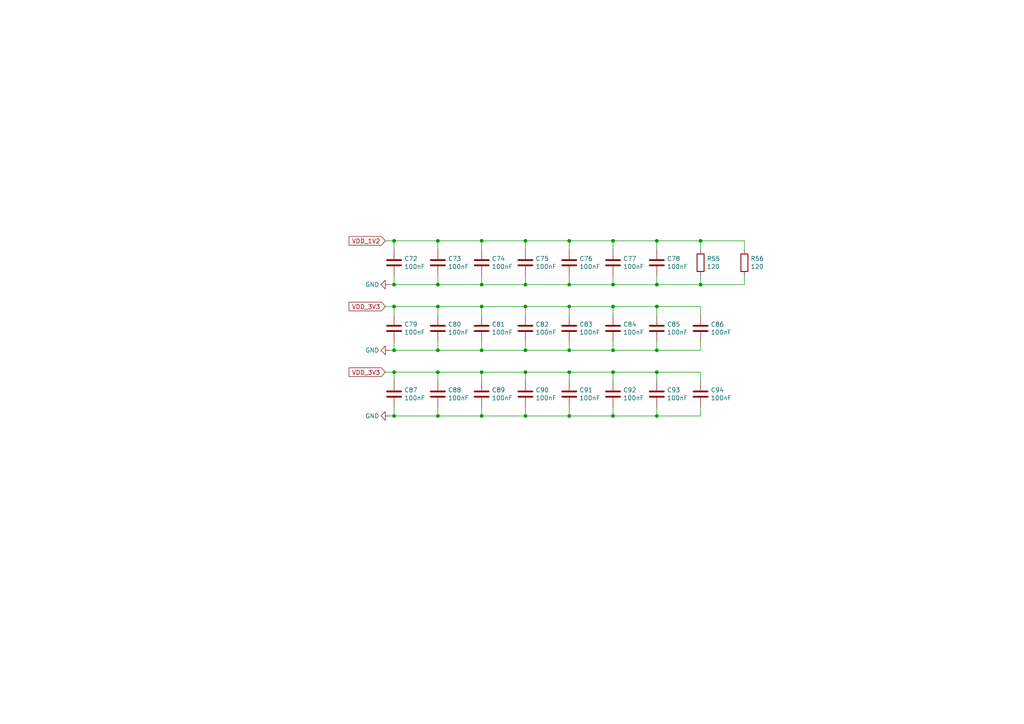
<source format=kicad_sch>
(kicad_sch (version 20231120) (generator "eeschema") (generator_version "8.0")
  (paper "A4")
  (title_block (title "Open MOtor DRiver Initiative (OMODRI)") (date "2024-05-03") (rev "3.1") (company "LAAS/CNRS"))
  (lib_symbols
    (symbol "Device:C" (pin_numbers hide) (pin_names (offset 0.254))
      (property "Reference" "C" (at 0.635 2.54 0))
      (property "Value" "C" (at 0.635 -2.54 0))
      (symbol "C_0_1"
        (polyline (pts (xy -2.032 -0.762) (xy 2.032 -0.762)) (stroke (width 0.508)))
        (polyline (pts (xy -2.032 0.762) (xy 2.032 0.762)) (stroke (width 0.508)))
      )
      (symbol "C_1_1"
        (pin passive line (at 0 3.81 270) (length 2.794) (name "~") (number "1"))
        (pin passive line (at 0 -3.81 90) (length 2.794) (name "~") (number "2"))
      )
    )
    (symbol "Device:R" (pin_numbers hide) (pin_names (offset 0))
      (property "Reference" "R" (at 2.032 0 90))
      (property "Value" "R" (at 0 0 90))
      (symbol "R_0_1"
        (rectangle (start -1.016 -2.54) (end 1.016 2.54) (stroke (width 0.254)))
      )
      (symbol "R_1_1"
        (pin passive line (at 0 3.81 270) (length 1.27) (name "~") (number "1"))
        (pin passive line (at 0 -3.81 90) (length 1.27) (name "~") (number "2"))
      )
    )
    (symbol "power:GND" (power) (pin_numbers hide) (pin_names (offset 0) hide)
      (property "Value" "GND" (at 0 -3.81 0))
      (symbol "GND_0_1"
        (polyline (pts (xy 0 0) (xy 0 -1.27) (xy 1.27 -1.27) (xy 0 -2.54) (xy -1.27 -1.27) (xy 0 -1.27)))
      )
      (symbol "GND_1_1"
        (pin power_in line (at 0 0 270) (length 0) (name "~") (number "1"))
      )
    )
  )
  (junction (at 165.1 69.85))
  (junction (at 114.3 101.6))
  (junction (at 165.1 120.65))
  (junction (at 127 107.95))
  (junction (at 203.2 82.55))
  (junction (at 203.2 69.85))
  (junction (at 139.7 101.6))
  (junction (at 139.7 88.9))
  (junction (at 190.5 69.85))
  (junction (at 165.1 88.9))
  (junction (at 190.5 82.55))
  (junction (at 177.8 101.6))
  (junction (at 139.7 120.65))
  (junction (at 190.5 101.6))
  (junction (at 127 82.55))
  (junction (at 165.1 82.55))
  (junction (at 152.4 120.65))
  (junction (at 190.5 120.65))
  (junction (at 114.3 120.65))
  (junction (at 127 120.65))
  (junction (at 177.8 82.55))
  (junction (at 152.4 82.55))
  (junction (at 190.5 107.95))
  (junction (at 114.3 88.9))
  (junction (at 114.3 69.85))
  (junction (at 152.4 69.85))
  (junction (at 152.4 88.9))
  (junction (at 114.3 82.55))
  (junction (at 177.8 88.9))
  (junction (at 139.7 82.55))
  (junction (at 152.4 107.95))
  (junction (at 139.7 107.95))
  (junction (at 152.4 101.6))
  (junction (at 177.8 69.85))
  (junction (at 127 88.9))
  (junction (at 190.5 88.9))
  (junction (at 177.8 107.95))
  (junction (at 127 69.85))
  (junction (at 177.8 120.65))
  (junction (at 114.3 107.95))
  (junction (at 139.7 69.85))
  (junction (at 165.1 107.95))
  (junction (at 127 101.6))
  (junction (at 165.1 101.6))
  (wire (pts (xy 165.1 69.85) (xy 177.8 69.85)))
  (wire (pts (xy 190.5 101.6) (xy 203.2 101.6)))
  (wire (pts (xy 177.8 101.6) (xy 177.8 99.06)))
  (wire (pts (xy 127 120.65) (xy 139.7 120.65)))
  (wire (pts (xy 203.2 82.55) (xy 215.9 82.55)))
  (wire (pts (xy 139.7 107.95) (xy 139.7 110.49)))
  (wire (pts (xy 127 101.6) (xy 127 99.06)))
  (wire (pts (xy 203.2 72.39) (xy 203.2 69.85)))
  (wire (pts (xy 127 82.55) (xy 127 80.01)))
  (wire (pts (xy 165.1 107.95) (xy 165.1 110.49)))
  (wire (pts (xy 190.5 69.85) (xy 190.5 72.39)))
  (wire (pts (xy 165.1 69.85) (xy 165.1 72.39)))
  (wire (pts (xy 203.2 101.6) (xy 203.2 99.06)))
  (wire (pts (xy 177.8 72.39) (xy 177.8 69.85)))
  (wire (pts (xy 139.7 120.65) (xy 152.4 120.65)))
  (wire (pts (xy 152.4 101.6) (xy 152.4 99.06)))
  (wire (pts (xy 190.5 82.55) (xy 190.5 80.01)))
  (wire (pts (xy 203.2 120.65) (xy 203.2 118.11)))
  (wire (pts (xy 139.7 82.55) (xy 139.7 80.01)))
  (wire (pts (xy 165.1 88.9) (xy 177.8 88.9)))
  (wire (pts (xy 152.4 82.55) (xy 152.4 80.01)))
  (wire (pts (xy 127 101.6) (xy 139.7 101.6)))
  (wire (pts (xy 190.5 107.95) (xy 190.5 110.49)))
  (wire (pts (xy 114.3 69.85) (xy 111.76 69.85)))
  (wire (pts (xy 152.4 107.95) (xy 165.1 107.95)))
  (wire (pts (xy 139.7 88.9) (xy 152.4 88.9)))
  (wire (pts (xy 177.8 82.55) (xy 177.8 80.01)))
  (wire (pts (xy 127 107.95) (xy 139.7 107.95)))
  (wire (pts (xy 152.4 82.55) (xy 165.1 82.55)))
  (wire (pts (xy 114.3 101.6) (xy 127 101.6)))
  (wire (pts (xy 203.2 107.95) (xy 203.2 110.49)))
  (wire (pts (xy 139.7 101.6) (xy 139.7 99.06)))
  (wire (pts (xy 113.03 101.6) (xy 114.3 101.6)))
  (wire (pts (xy 177.8 82.55) (xy 190.5 82.55)))
  (wire (pts (xy 215.9 82.55) (xy 215.9 80.01)))
  (wire (pts (xy 114.3 72.39) (xy 114.3 69.85)))
  (wire (pts (xy 152.4 120.65) (xy 152.4 118.11)))
  (wire (pts (xy 177.8 107.95) (xy 177.8 110.49)))
  (wire (pts (xy 190.5 82.55) (xy 203.2 82.55)))
  (wire (pts (xy 203.2 82.55) (xy 203.2 80.01)))
  (wire (pts (xy 165.1 101.6) (xy 165.1 99.06)))
  (wire (pts (xy 139.7 120.65) (xy 139.7 118.11)))
  (wire (pts (xy 127 107.95) (xy 127 110.49)))
  (wire (pts (xy 190.5 88.9) (xy 190.5 91.44)))
  (wire (pts (xy 139.7 69.85) (xy 139.7 72.39)))
  (wire (pts (xy 127 88.9) (xy 127 91.44)))
  (wire (pts (xy 165.1 107.95) (xy 177.8 107.95)))
  (wire (pts (xy 113.03 82.55) (xy 114.3 82.55)))
  (wire (pts (xy 114.3 120.65) (xy 127 120.65)))
  (wire (pts (xy 127 82.55) (xy 139.7 82.55)))
  (wire (pts (xy 139.7 107.95) (xy 152.4 107.95)))
  (wire (pts (xy 114.3 91.44) (xy 114.3 88.9)))
  (wire (pts (xy 203.2 91.44) (xy 203.2 88.9)))
  (wire (pts (xy 114.3 101.6) (xy 114.3 99.06)))
  (wire (pts (xy 127 88.9) (xy 139.7 88.9)))
  (wire (pts (xy 152.4 101.6) (xy 165.1 101.6)))
  (wire (pts (xy 114.3 107.95) (xy 127 107.95)))
  (wire (pts (xy 215.9 69.85) (xy 203.2 69.85)))
  (wire (pts (xy 190.5 120.65) (xy 203.2 120.65)))
  (wire (pts (xy 152.4 69.85) (xy 165.1 69.85)))
  (wire (pts (xy 152.4 120.65) (xy 165.1 120.65)))
  (wire (pts (xy 177.8 101.6) (xy 190.5 101.6)))
  (wire (pts (xy 139.7 69.85) (xy 152.4 69.85)))
  (wire (pts (xy 190.5 69.85) (xy 203.2 69.85)))
  (wire (pts (xy 127 69.85) (xy 127 72.39)))
  (wire (pts (xy 139.7 82.55) (xy 152.4 82.55)))
  (wire (pts (xy 190.5 107.95) (xy 203.2 107.95)))
  (wire (pts (xy 165.1 120.65) (xy 177.8 120.65)))
  (wire (pts (xy 215.9 72.39) (xy 215.9 69.85)))
  (wire (pts (xy 190.5 101.6) (xy 190.5 99.06)))
  (wire (pts (xy 114.3 88.9) (xy 111.76 88.9)))
  (wire (pts (xy 190.5 88.9) (xy 203.2 88.9)))
  (wire (pts (xy 114.3 82.55) (xy 127 82.55)))
  (wire (pts (xy 114.3 88.9) (xy 127 88.9)))
  (wire (pts (xy 127 120.65) (xy 127 118.11)))
  (wire (pts (xy 165.1 120.65) (xy 165.1 118.11)))
  (wire (pts (xy 152.4 88.9) (xy 152.4 91.44)))
  (wire (pts (xy 127 69.85) (xy 139.7 69.85)))
  (wire (pts (xy 165.1 82.55) (xy 165.1 80.01)))
  (wire (pts (xy 114.3 107.95) (xy 114.3 110.49)))
  (wire (pts (xy 152.4 69.85) (xy 152.4 72.39)))
  (wire (pts (xy 152.4 107.95) (xy 152.4 110.49)))
  (wire (pts (xy 114.3 120.65) (xy 114.3 118.11)))
  (wire (pts (xy 177.8 120.65) (xy 177.8 118.11)))
  (wire (pts (xy 152.4 88.9) (xy 165.1 88.9)))
  (wire (pts (xy 114.3 82.55) (xy 114.3 80.01)))
  (wire (pts (xy 177.8 120.65) (xy 190.5 120.65)))
  (wire (pts (xy 177.8 69.85) (xy 190.5 69.85)))
  (wire (pts (xy 111.76 107.95) (xy 114.3 107.95)))
  (wire (pts (xy 165.1 88.9) (xy 165.1 91.44)))
  (wire (pts (xy 165.1 101.6) (xy 177.8 101.6)))
  (wire (pts (xy 177.8 107.95) (xy 190.5 107.95)))
  (wire (pts (xy 177.8 88.9) (xy 177.8 91.44)))
  (wire (pts (xy 113.03 120.65) (xy 114.3 120.65)))
  (wire (pts (xy 190.5 120.65) (xy 190.5 118.11)))
  (wire (pts (xy 177.8 88.9) (xy 190.5 88.9)))
  (wire (pts (xy 139.7 101.6) (xy 152.4 101.6)))
  (wire (pts (xy 165.1 82.55) (xy 177.8 82.55)))
  (wire (pts (xy 139.7 88.9) (xy 139.7 91.44)))
  (wire (pts (xy 114.3 69.85) (xy 127 69.85)))
  (global_label "VDD_3V3" (shape input) (at 111.76 107.95 180) (property "Intersheetrefs" "${INTERSHEET_REFS}" (effects (hide yes))) (property "Références Inter-Feuilles" "${INTERSHEET_REFS}" (effects (hide yes))))
  (global_label "VDD_1V2" (shape input) (at 111.76 69.85 180) (property "Intersheetrefs" "${INTERSHEET_REFS}" (effects (hide yes))) (property "Références Inter-Feuilles" "${INTERSHEET_REFS}" (effects (hide yes))))
  (global_label "VDD_3V3" (shape input) (at 111.76 88.9 180) (property "Intersheetrefs" "${INTERSHEET_REFS}" (effects (hide yes))) (property "Références Inter-Feuilles" "${INTERSHEET_REFS}" (effects (hide yes))))
  (symbol (lib_id "power:GND") (at 113.03 101.6 270) (unit 1)
    (property "Reference" "#PWR0136" (effects (hide yes)))
    (property "Value" "GND" (at 107.95 101.6 90))
    (property "Description" "Power symbol creates a global label with name \"GND\" , ground" (effects (hide yes)))
  )
  (symbol (lib_id "power:GND") (at 113.03 120.65 270) (unit 1)
    (property "Reference" "#PWR0137" (effects (hide yes)))
    (property "Value" "GND" (at 107.95 120.65 90))
    (property "Description" "Power symbol creates a global label with name \"GND\" , ground" (effects (hide yes)))
  )
  (symbol (lib_id "Device:R") (at 203.2 76.2 0) (unit 1)
    (property "Reference" "R55" (at 204.978 75.0316 0) (effects (justify left)))
    (property "Value" "120" (at 204.978 77.343 0) (effects (justify left)))
    (property "Footprint" "Resistor_SMD:R_0201_0603Metric" (effects (hide yes)))
    (property "Description" "Resistor" (effects (hide yes)))
    (property "DigiKey" "P122692CT-ND" (effects (hide yes)))
    (property "Farnell" "2396857" (effects (hide yes)))
    (property "Mouser" "667-ERJ-1GNF1200C" (effects (hide yes)))
    (property "Part No" "ERJ-1GNF1200C" (effects (hide yes)))
  )
  (symbol (lib_id "Device:C") (at 177.8 76.2 0) (unit 1)
    (property "Reference" "C77" (at 180.721 75.0316 0) (effects (justify left)))
    (property "Value" "100nF" (at 180.721 77.343 0) (effects (justify left)))
    (property "Footprint" "Capacitor_SMD:C_0201_0603Metric" (effects (hide yes)))
    (property "Description" "Unpolarized capacitor" (effects (hide yes)))
    (property "Part No" "GRM033R61E104KE14D" (effects (hide yes)))
    (property "Rated Voltage" "25V" (effects (hide yes)))
    (property "Farnell" "2990693" (effects (hide yes)))
    (property "Mouser" "81-GRM033R61E104KE4D" (effects (hide yes)))
    (property "DigiKey" "490-12686-1-ND" (effects (hide yes)))
    (property "LCSC" "C76939" (effects (hide yes)))
  )
  (symbol (lib_id "Device:C") (at 190.5 76.2 0) (unit 1)
    (property "Reference" "C78" (at 193.421 75.0316 0) (effects (justify left)))
    (property "Value" "100nF" (at 193.421 77.343 0) (effects (justify left)))
    (property "Footprint" "Capacitor_SMD:C_0201_0603Metric" (effects (hide yes)))
    (property "Description" "Unpolarized capacitor" (effects (hide yes)))
    (property "Part No" "GRM033R61E104KE14D" (effects (hide yes)))
    (property "Rated Voltage" "25V" (effects (hide yes)))
    (property "Farnell" "2990693" (effects (hide yes)))
    (property "Mouser" "81-GRM033R61E104KE4D" (effects (hide yes)))
    (property "DigiKey" "490-12686-1-ND" (effects (hide yes)))
    (property "LCSC" "C76939" (effects (hide yes)))
  )
  (symbol (lib_id "Device:C") (at 114.3 95.25 0) (unit 1)
    (property "Reference" "C79" (at 117.221 94.0816 0) (effects (justify left)))
    (property "Value" "100nF" (at 117.221 96.393 0) (effects (justify left)))
    (property "Footprint" "Capacitor_SMD:C_0201_0603Metric" (effects (hide yes)))
    (property "Description" "Unpolarized capacitor" (effects (hide yes)))
    (property "Part No" "GRM033R61E104KE14D" (effects (hide yes)))
    (property "Rated Voltage" "25V" (effects (hide yes)))
    (property "Farnell" "2990693" (effects (hide yes)))
    (property "Mouser" "81-GRM033R61E104KE4D" (effects (hide yes)))
    (property "DigiKey" "490-12686-1-ND" (effects (hide yes)))
    (property "LCSC" "C76939" (effects (hide yes)))
  )
  (symbol (lib_id "Device:C") (at 127 95.25 0) (unit 1)
    (property "Reference" "C80" (at 129.921 94.0816 0) (effects (justify left)))
    (property "Value" "100nF" (at 129.921 96.393 0) (effects (justify left)))
    (property "Footprint" "Capacitor_SMD:C_0201_0603Metric" (effects (hide yes)))
    (property "Description" "Unpolarized capacitor" (effects (hide yes)))
    (property "Part No" "GRM033R61E104KE14D" (effects (hide yes)))
    (property "Rated Voltage" "25V" (effects (hide yes)))
    (property "Farnell" "2990693" (effects (hide yes)))
    (property "Mouser" "81-GRM033R61E104KE4D" (effects (hide yes)))
    (property "DigiKey" "490-12686-1-ND" (effects (hide yes)))
    (property "LCSC" "C76939" (effects (hide yes)))
  )
  (symbol (lib_id "Device:C") (at 139.7 95.25 0) (unit 1)
    (property "Reference" "C81" (at 142.621 94.0816 0) (effects (justify left)))
    (property "Value" "100nF" (at 142.621 96.393 0) (effects (justify left)))
    (property "Footprint" "Capacitor_SMD:C_0201_0603Metric" (effects (hide yes)))
    (property "Description" "Unpolarized capacitor" (effects (hide yes)))
    (property "Part No" "GRM033R61E104KE14D" (effects (hide yes)))
    (property "Rated Voltage" "25V" (effects (hide yes)))
    (property "Farnell" "2990693" (effects (hide yes)))
    (property "Mouser" "81-GRM033R61E104KE4D" (effects (hide yes)))
    (property "DigiKey" "490-12686-1-ND" (effects (hide yes)))
    (property "LCSC" "C76939" (effects (hide yes)))
  )
  (symbol (lib_id "Device:C") (at 152.4 95.25 0) (unit 1)
    (property "Reference" "C82" (at 155.321 94.0816 0) (effects (justify left)))
    (property "Value" "100nF" (at 155.321 96.393 0) (effects (justify left)))
    (property "Footprint" "Capacitor_SMD:C_0201_0603Metric" (effects (hide yes)))
    (property "Description" "Unpolarized capacitor" (effects (hide yes)))
    (property "Part No" "GRM033R61E104KE14D" (effects (hide yes)))
    (property "Rated Voltage" "25V" (effects (hide yes)))
    (property "Farnell" "2990693" (effects (hide yes)))
    (property "Mouser" "81-GRM033R61E104KE4D" (effects (hide yes)))
    (property "DigiKey" "490-12686-1-ND" (effects (hide yes)))
    (property "LCSC" "C76939" (effects (hide yes)))
  )
  (symbol (lib_id "Device:C") (at 165.1 95.25 0) (unit 1)
    (property "Reference" "C83" (at 168.021 94.0816 0) (effects (justify left)))
    (property "Value" "100nF" (at 168.021 96.393 0) (effects (justify left)))
    (property "Footprint" "Capacitor_SMD:C_0201_0603Metric" (effects (hide yes)))
    (property "Description" "Unpolarized capacitor" (effects (hide yes)))
    (property "Part No" "GRM033R61E104KE14D" (effects (hide yes)))
    (property "Rated Voltage" "25V" (effects (hide yes)))
    (property "Farnell" "2990693" (effects (hide yes)))
    (property "Mouser" "81-GRM033R61E104KE4D" (effects (hide yes)))
    (property "DigiKey" "490-12686-1-ND" (effects (hide yes)))
    (property "LCSC" "C76939" (effects (hide yes)))
  )
  (symbol (lib_id "Device:C") (at 177.8 95.25 0) (unit 1)
    (property "Reference" "C84" (at 180.721 94.0816 0) (effects (justify left)))
    (property "Value" "100nF" (at 180.721 96.393 0) (effects (justify left)))
    (property "Footprint" "Capacitor_SMD:C_0201_0603Metric" (effects (hide yes)))
    (property "Description" "Unpolarized capacitor" (effects (hide yes)))
    (property "Part No" "GRM033R61E104KE14D" (effects (hide yes)))
    (property "Rated Voltage" "25V" (effects (hide yes)))
    (property "Farnell" "2990693" (effects (hide yes)))
    (property "Mouser" "81-GRM033R61E104KE4D" (effects (hide yes)))
    (property "DigiKey" "490-12686-1-ND" (effects (hide yes)))
    (property "LCSC" "C76939" (effects (hide yes)))
  )
  (symbol (lib_id "Device:C") (at 190.5 95.25 0) (unit 1)
    (property "Reference" "C85" (at 193.421 94.0816 0) (effects (justify left)))
    (property "Value" "100nF" (at 193.421 96.393 0) (effects (justify left)))
    (property "Footprint" "Capacitor_SMD:C_0201_0603Metric" (effects (hide yes)))
    (property "Description" "Unpolarized capacitor" (effects (hide yes)))
    (property "Part No" "GRM033R61E104KE14D" (effects (hide yes)))
    (property "Rated Voltage" "25V" (effects (hide yes)))
    (property "Farnell" "2990693" (effects (hide yes)))
    (property "Mouser" "81-GRM033R61E104KE4D" (effects (hide yes)))
    (property "DigiKey" "490-12686-1-ND" (effects (hide yes)))
    (property "LCSC" "C76939" (effects (hide yes)))
  )
  (symbol (lib_id "Device:C") (at 203.2 95.25 0) (unit 1)
    (property "Reference" "C86" (at 206.121 94.0816 0) (effects (justify left)))
    (property "Value" "100nF" (at 206.121 96.393 0) (effects (justify left)))
    (property "Footprint" "Capacitor_SMD:C_0201_0603Metric" (effects (hide yes)))
    (property "Description" "Unpolarized capacitor" (effects (hide yes)))
    (property "Part No" "GRM033R61E104KE14D" (effects (hide yes)))
    (property "Rated Voltage" "25V" (effects (hide yes)))
    (property "Farnell" "2990693" (effects (hide yes)))
    (property "Mouser" "81-GRM033R61E104KE4D" (effects (hide yes)))
    (property "DigiKey" "490-12686-1-ND" (effects (hide yes)))
    (property "LCSC" "C76939" (effects (hide yes)))
  )
  (symbol (lib_id "Device:C") (at 165.1 114.3 0) (unit 1)
    (property "Reference" "C91" (at 168.021 113.1316 0) (effects (justify left)))
    (property "Value" "100nF" (at 168.021 115.443 0) (effects (justify left)))
    (property "Footprint" "Capacitor_SMD:C_0201_0603Metric" (effects (hide yes)))
    (property "Description" "Unpolarized capacitor" (effects (hide yes)))
    (property "Part No" "GRM033R61E104KE14D" (effects (hide yes)))
    (property "Rated Voltage" "25V" (effects (hide yes)))
    (property "Farnell" "2990693" (effects (hide yes)))
    (property "Mouser" "81-GRM033R61E104KE4D" (effects (hide yes)))
    (property "DigiKey" "490-12686-1-ND" (effects (hide yes)))
    (property "LCSC" "C76939" (effects (hide yes)))
  )
  (symbol (lib_id "Device:C") (at 177.8 114.3 0) (unit 1)
    (property "Reference" "C92" (at 180.721 113.1316 0) (effects (justify left)))
    (property "Value" "100nF" (at 180.721 115.443 0) (effects (justify left)))
    (property "Footprint" "Capacitor_SMD:C_0201_0603Metric" (effects (hide yes)))
    (property "Description" "Unpolarized capacitor" (effects (hide yes)))
    (property "Part No" "GRM033R61E104KE14D" (effects (hide yes)))
    (property "Rated Voltage" "25V" (effects (hide yes)))
    (property "Farnell" "2990693" (effects (hide yes)))
    (property "Mouser" "81-GRM033R61E104KE4D" (effects (hide yes)))
    (property "DigiKey" "490-12686-1-ND" (effects (hide yes)))
    (property "LCSC" "C76939" (effects (hide yes)))
  )
  (symbol (lib_id "Device:C") (at 190.5 114.3 0) (unit 1)
    (property "Reference" "C93" (at 193.421 113.1316 0) (effects (justify left)))
    (property "Value" "100nF" (at 193.421 115.443 0) (effects (justify left)))
    (property "Footprint" "Capacitor_SMD:C_0201_0603Metric" (effects (hide yes)))
    (property "Description" "Unpolarized capacitor" (effects (hide yes)))
    (property "Part No" "GRM033R61E104KE14D" (effects (hide yes)))
    (property "Rated Voltage" "25V" (effects (hide yes)))
    (property "Farnell" "2990693" (effects (hide yes)))
    (property "Mouser" "81-GRM033R61E104KE4D" (effects (hide yes)))
    (property "DigiKey" "490-12686-1-ND" (effects (hide yes)))
    (property "LCSC" "C76939" (effects (hide yes)))
  )
  (symbol (lib_id "Device:C") (at 203.2 114.3 0) (unit 1)
    (property "Reference" "C94" (at 206.121 113.1316 0) (effects (justify left)))
    (property "Value" "100nF" (at 206.121 115.443 0) (effects (justify left)))
    (property "Footprint" "Capacitor_SMD:C_0201_0603Metric" (effects (hide yes)))
    (property "Description" "Unpolarized capacitor" (effects (hide yes)))
    (property "Part No" "GRM033R61E104KE14D" (effects (hide yes)))
    (property "Rated Voltage" "25V" (effects (hide yes)))
    (property "Farnell" "2990693" (effects (hide yes)))
    (property "Mouser" "81-GRM033R61E104KE4D" (effects (hide yes)))
    (property "DigiKey" "490-12686-1-ND" (effects (hide yes)))
    (property "LCSC" "C76939" (effects (hide yes)))
  )
  (symbol (lib_id "Device:C") (at 114.3 114.3 0) (unit 1)
    (property "Reference" "C87" (at 117.221 113.1316 0) (effects (justify left)))
    (property "Value" "100nF" (at 117.221 115.443 0) (effects (justify left)))
    (property "Footprint" "Capacitor_SMD:C_0201_0603Metric" (effects (hide yes)))
    (property "Description" "Unpolarized capacitor" (effects (hide yes)))
    (property "Part No" "GRM033R61E104KE14D" (effects (hide yes)))
    (property "Rated Voltage" "25V" (effects (hide yes)))
    (property "Farnell" "2990693" (effects (hide yes)))
    (property "Mouser" "81-GRM033R61E104KE4D" (effects (hide yes)))
    (property "DigiKey" "490-12686-1-ND" (effects (hide yes)))
    (property "LCSC" "C76939" (effects (hide yes)))
  )
  (symbol (lib_id "Device:C") (at 127 114.3 0) (unit 1)
    (property "Reference" "C88" (at 129.921 113.1316 0) (effects (justify left)))
    (property "Value" "100nF" (at 129.921 115.443 0) (effects (justify left)))
    (property "Footprint" "Capacitor_SMD:C_0201_0603Metric" (effects (hide yes)))
    (property "Description" "Unpolarized capacitor" (effects (hide yes)))
    (property "Part No" "GRM033R61E104KE14D" (effects (hide yes)))
    (property "Rated Voltage" "25V" (effects (hide yes)))
    (property "Farnell" "2990693" (effects (hide yes)))
    (property "Mouser" "81-GRM033R61E104KE4D" (effects (hide yes)))
    (property "DigiKey" "490-12686-1-ND" (effects (hide yes)))
    (property "LCSC" "C76939" (effects (hide yes)))
  )
  (symbol (lib_id "Device:C") (at 114.3 76.2 0) (unit 1)
    (property "Reference" "C72" (at 117.221 75.0316 0) (effects (justify left)))
    (property "Value" "100nF" (at 117.221 77.343 0) (effects (justify left)))
    (property "Footprint" "Capacitor_SMD:C_0201_0603Metric" (effects (hide yes)))
    (property "Description" "Unpolarized capacitor" (effects (hide yes)))
    (property "Part No" "GRM033R61E104KE14D" (effects (hide yes)))
    (property "Rated Voltage" "25V" (effects (hide yes)))
    (property "Farnell" "2990693" (effects (hide yes)))
    (property "Mouser" "81-GRM033R61E104KE4D" (effects (hide yes)))
    (property "DigiKey" "490-12686-1-ND" (effects (hide yes)))
    (property "LCSC" "C76939" (effects (hide yes)))
  )
  (symbol (lib_id "Device:C") (at 127 76.2 0) (unit 1)
    (property "Reference" "C73" (at 129.921 75.0316 0) (effects (justify left)))
    (property "Value" "100nF" (at 129.921 77.343 0) (effects (justify left)))
    (property "Footprint" "Capacitor_SMD:C_0201_0603Metric" (effects (hide yes)))
    (property "Description" "Unpolarized capacitor" (effects (hide yes)))
    (property "Part No" "GRM033R61E104KE14D" (effects (hide yes)))
    (property "Rated Voltage" "25V" (effects (hide yes)))
    (property "Farnell" "2990693" (effects (hide yes)))
    (property "Mouser" "81-GRM033R61E104KE4D" (effects (hide yes)))
    (property "DigiKey" "490-12686-1-ND" (effects (hide yes)))
    (property "LCSC" "C76939" (effects (hide yes)))
  )
  (symbol (lib_id "Device:C") (at 139.7 76.2 0) (unit 1)
    (property "Reference" "C74" (at 142.621 75.0316 0) (effects (justify left)))
    (property "Value" "100nF" (at 142.621 77.343 0) (effects (justify left)))
    (property "Footprint" "Capacitor_SMD:C_0201_0603Metric" (effects (hide yes)))
    (property "Description" "Unpolarized capacitor" (effects (hide yes)))
    (property "Part No" "GRM033R61E104KE14D" (effects (hide yes)))
    (property "Rated Voltage" "25V" (effects (hide yes)))
    (property "Farnell" "2990693" (effects (hide yes)))
    (property "Mouser" "81-GRM033R61E104KE4D" (effects (hide yes)))
    (property "DigiKey" "490-12686-1-ND" (effects (hide yes)))
    (property "LCSC" "C76939" (effects (hide yes)))
  )
  (symbol (lib_id "Device:C") (at 152.4 76.2 0) (unit 1)
    (property "Reference" "C75" (at 155.321 75.0316 0) (effects (justify left)))
    (property "Value" "100nF" (at 155.321 77.343 0) (effects (justify left)))
    (property "Footprint" "Capacitor_SMD:C_0201_0603Metric" (effects (hide yes)))
    (property "Description" "Unpolarized capacitor" (effects (hide yes)))
    (property "Part No" "GRM033R61E104KE14D" (effects (hide yes)))
    (property "Rated Voltage" "25V" (effects (hide yes)))
    (property "Farnell" "2990693" (effects (hide yes)))
    (property "Mouser" "81-GRM033R61E104KE4D" (effects (hide yes)))
    (property "DigiKey" "490-12686-1-ND" (effects (hide yes)))
    (property "LCSC" "C76939" (effects (hide yes)))
  )
  (symbol (lib_id "Device:C") (at 165.1 76.2 0) (unit 1)
    (property "Reference" "C76" (at 168.021 75.0316 0) (effects (justify left)))
    (property "Value" "100nF" (at 168.021 77.343 0) (effects (justify left)))
    (property "Footprint" "Capacitor_SMD:C_0201_0603Metric" (effects (hide yes)))
    (property "Description" "Unpolarized capacitor" (effects (hide yes)))
    (property "Part No" "GRM033R61E104KE14D" (effects (hide yes)))
    (property "Rated Voltage" "25V" (effects (hide yes)))
    (property "Farnell" "2990693" (effects (hide yes)))
    (property "Mouser" "81-GRM033R61E104KE4D" (effects (hide yes)))
    (property "DigiKey" "490-12686-1-ND" (effects (hide yes)))
    (property "LCSC" "C76939" (effects (hide yes)))
  )
  (symbol (lib_id "power:GND") (at 113.03 82.55 270) (unit 1)
    (property "Reference" "#PWR0135" (effects (hide yes)))
    (property "Value" "GND" (at 107.95 82.55 90))
    (property "Description" "Power symbol creates a global label with name \"GND\" , ground" (effects (hide yes)))
  )
  (symbol (lib_id "Device:C") (at 139.7 114.3 0) (unit 1)
    (property "Reference" "C89" (at 142.621 113.1316 0) (effects (justify left)))
    (property "Value" "100nF" (at 142.621 115.443 0) (effects (justify left)))
    (property "Footprint" "Capacitor_SMD:C_0201_0603Metric" (effects (hide yes)))
    (property "Description" "Unpolarized capacitor" (effects (hide yes)))
    (property "Part No" "GRM033R61E104KE14D" (effects (hide yes)))
    (property "Rated Voltage" "25V" (effects (hide yes)))
    (property "Farnell" "2990693" (effects (hide yes)))
    (property "Mouser" "81-GRM033R61E104KE4D" (effects (hide yes)))
    (property "DigiKey" "490-12686-1-ND" (effects (hide yes)))
    (property "LCSC" "C76939" (effects (hide yes)))
  )
  (symbol (lib_id "Device:C") (at 152.4 114.3 0) (unit 1)
    (property "Reference" "C90" (at 155.321 113.1316 0) (effects (justify left)))
    (property "Value" "100nF" (at 155.321 115.443 0) (effects (justify left)))
    (property "Footprint" "Capacitor_SMD:C_0201_0603Metric" (effects (hide yes)))
    (property "Description" "Unpolarized capacitor" (effects (hide yes)))
    (property "Part No" "GRM033R61E104KE14D" (effects (hide yes)))
    (property "Rated Voltage" "25V" (effects (hide yes)))
    (property "Farnell" "2990693" (effects (hide yes)))
    (property "Mouser" "81-GRM033R61E104KE4D" (effects (hide yes)))
    (property "DigiKey" "490-12686-1-ND" (effects (hide yes)))
    (property "LCSC" "C76939" (effects (hide yes)))
  )
  (symbol (lib_id "Device:R") (at 215.9 76.2 0) (unit 1)
    (property "Reference" "R56" (at 217.678 75.0316 0) (effects (justify left)))
    (property "Value" "120" (at 217.678 77.343 0) (effects (justify left)))
    (property "Footprint" "Resistor_SMD:R_0201_0603Metric" (effects (hide yes)))
    (property "Description" "Resistor" (effects (hide yes)))
    (property "DigiKey" "P122692CT-ND" (effects (hide yes)))
    (property "Farnell" "2396857" (effects (hide yes)))
    (property "Mouser" "667-ERJ-1GNF1200C" (effects (hide yes)))
    (property "Part No" "ERJ-1GNF1200C" (effects (hide yes)))
  )
)
</source>
